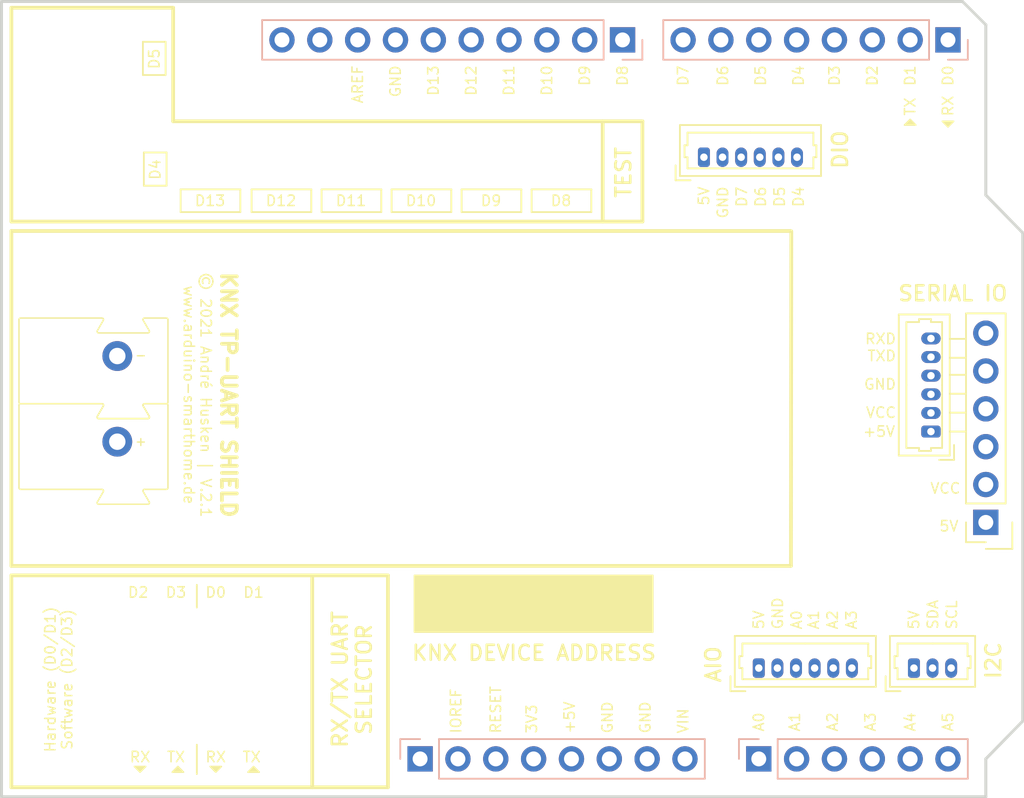
<source format=kicad_pcb>
(kicad_pcb (version 20171130) (host pcbnew "(5.1.2-1)-1")

  (general
    (thickness 1.6)
    (drawings 154)
    (tracks 0)
    (zones 0)
    (modules 10)
    (nets 28)
  )

  (page A4)
  (layers
    (0 F.Cu signal)
    (31 B.Cu signal)
    (32 B.Adhes user)
    (33 F.Adhes user)
    (34 B.Paste user)
    (35 F.Paste user)
    (36 B.SilkS user)
    (37 F.SilkS user)
    (38 B.Mask user)
    (39 F.Mask user)
    (40 Dwgs.User user)
    (41 Cmts.User user)
    (42 Eco1.User user)
    (43 Eco2.User user)
    (44 Edge.Cuts user)
    (45 Margin user)
    (46 B.CrtYd user)
    (47 F.CrtYd user)
    (48 B.Fab user hide)
    (49 F.Fab user hide)
  )

  (setup
    (last_trace_width 0.25)
    (user_trace_width 0.75)
    (user_trace_width 2.999999)
    (trace_clearance 0.2)
    (zone_clearance 0.508)
    (zone_45_only no)
    (trace_min 0.2)
    (via_size 0.8)
    (via_drill 0.4)
    (via_min_size 0.4)
    (via_min_drill 0.3)
    (uvia_size 0.3)
    (uvia_drill 0.1)
    (uvias_allowed no)
    (uvia_min_size 0.2)
    (uvia_min_drill 0.1)
    (edge_width 0.05)
    (segment_width 0.2)
    (pcb_text_width 0.3)
    (pcb_text_size 1.5 1.5)
    (mod_edge_width 0.12)
    (mod_text_size 1 1)
    (mod_text_width 0.15)
    (pad_size 1.524 1.524)
    (pad_drill 0.762)
    (pad_to_mask_clearance 0.051)
    (solder_mask_min_width 0.25)
    (aux_axis_origin 0 0)
    (visible_elements FFFFFF7F)
    (pcbplotparams
      (layerselection 0x010fc_ffffffff)
      (usegerberextensions false)
      (usegerberattributes false)
      (usegerberadvancedattributes false)
      (creategerberjobfile false)
      (excludeedgelayer true)
      (linewidth 0.100000)
      (plotframeref false)
      (viasonmask false)
      (mode 1)
      (useauxorigin false)
      (hpglpennumber 1)
      (hpglpenspeed 20)
      (hpglpendiameter 15.000000)
      (psnegative false)
      (psa4output false)
      (plotreference true)
      (plotvalue true)
      (plotinvisibletext false)
      (padsonsilk false)
      (subtractmaskfromsilk false)
      (outputformat 1)
      (mirror false)
      (drillshape 0)
      (scaleselection 1)
      (outputdirectory "Gerber/"))
  )

  (net 0 "")
  (net 1 D13)
  (net 2 GND)
  (net 3 VCC)
  (net 4 D0)
  (net 5 D1)
  (net 6 D2)
  (net 7 D3)
  (net 8 D4)
  (net 9 D5)
  (net 10 D6)
  (net 11 D8)
  (net 12 D9)
  (net 13 D10)
  (net 14 D11)
  (net 15 D12)
  (net 16 A0)
  (net 17 A1)
  (net 18 A2)
  (net 19 A3)
  (net 20 A4)
  (net 21 A5)
  (net 22 +5V)
  (net 23 TXD)
  (net 24 RXD)
  (net 25 D7)
  (net 26 KNX-)
  (net 27 KNX+)

  (net_class Default "Dies ist die voreingestellte Netzklasse."
    (clearance 0.2)
    (trace_width 0.25)
    (via_dia 0.8)
    (via_drill 0.4)
    (uvia_dia 0.3)
    (uvia_drill 0.1)
    (add_net +5V)
    (add_net A0)
    (add_net A1)
    (add_net A2)
    (add_net A3)
    (add_net A4)
    (add_net A5)
    (add_net D0)
    (add_net D1)
    (add_net D10)
    (add_net D11)
    (add_net D12)
    (add_net D13)
    (add_net D2)
    (add_net D3)
    (add_net D4)
    (add_net D5)
    (add_net D6)
    (add_net D7)
    (add_net D8)
    (add_net D9)
    (add_net GND)
    (add_net KNX+)
    (add_net KNX-)
    (add_net RXD)
    (add_net TXD)
    (add_net VCC)
  )

  (module Connector_Molex:Molex_PicoBlade_53047-0610_1x06_P1.25mm_Vertical (layer F.Cu) (tedit 5B783167) (tstamp 5EC50F45)
    (at 190.627 95.885 90)
    (descr "Molex PicoBlade Connector System, 53047-0610, 6 Pins per row (http://www.molex.com/pdm_docs/sd/530470610_sd.pdf), generated with kicad-footprint-generator")
    (tags "connector Molex PicoBlade side entry")
    (path /5EC9A140)
    (fp_text reference J6 (at 3.12 -3.25 90) (layer F.SilkS) hide
      (effects (font (size 1 1) (thickness 0.15)))
    )
    (fp_text value Conn_01x06_Male (at 3.12 2.35 90) (layer F.Fab)
      (effects (font (size 1 1) (thickness 0.15)))
    )
    (fp_line (start -1.5 -2.05) (end -1.5 1.15) (layer F.Fab) (width 0.1))
    (fp_line (start -1.5 1.15) (end 7.75 1.15) (layer F.Fab) (width 0.1))
    (fp_line (start 7.75 1.15) (end 7.75 -2.05) (layer F.Fab) (width 0.1))
    (fp_line (start 7.75 -2.05) (end -1.5 -2.05) (layer F.Fab) (width 0.1))
    (fp_line (start -1.61 -2.16) (end -1.61 1.26) (layer F.SilkS) (width 0.12))
    (fp_line (start -1.61 1.26) (end 7.86 1.26) (layer F.SilkS) (width 0.12))
    (fp_line (start 7.86 1.26) (end 7.86 -2.16) (layer F.SilkS) (width 0.12))
    (fp_line (start 7.86 -2.16) (end -1.61 -2.16) (layer F.SilkS) (width 0.12))
    (fp_line (start 3.125 0.75) (end -1.1 0.75) (layer F.SilkS) (width 0.12))
    (fp_line (start -1.1 0.75) (end -1.1 0) (layer F.SilkS) (width 0.12))
    (fp_line (start -1.1 0) (end -1.3 0) (layer F.SilkS) (width 0.12))
    (fp_line (start -1.3 0) (end -1.3 -0.8) (layer F.SilkS) (width 0.12))
    (fp_line (start -1.3 -0.8) (end -1.1 -0.8) (layer F.SilkS) (width 0.12))
    (fp_line (start -1.1 -0.8) (end -1.1 -1.65) (layer F.SilkS) (width 0.12))
    (fp_line (start -1.1 -1.65) (end 3.125 -1.65) (layer F.SilkS) (width 0.12))
    (fp_line (start 3.125 0.75) (end 7.35 0.75) (layer F.SilkS) (width 0.12))
    (fp_line (start 7.35 0.75) (end 7.35 0) (layer F.SilkS) (width 0.12))
    (fp_line (start 7.35 0) (end 7.55 0) (layer F.SilkS) (width 0.12))
    (fp_line (start 7.55 0) (end 7.55 -0.8) (layer F.SilkS) (width 0.12))
    (fp_line (start 7.55 -0.8) (end 7.35 -0.8) (layer F.SilkS) (width 0.12))
    (fp_line (start 7.35 -0.8) (end 7.35 -1.65) (layer F.SilkS) (width 0.12))
    (fp_line (start 7.35 -1.65) (end 3.125 -1.65) (layer F.SilkS) (width 0.12))
    (fp_line (start -1.9 1.55) (end -1.9 0.55) (layer F.SilkS) (width 0.12))
    (fp_line (start -1.9 1.55) (end -0.9 1.55) (layer F.SilkS) (width 0.12))
    (fp_line (start -0.5 1.15) (end 0 0.442893) (layer F.Fab) (width 0.1))
    (fp_line (start 0 0.442893) (end 0.5 1.15) (layer F.Fab) (width 0.1))
    (fp_line (start -2 -2.55) (end -2 1.65) (layer F.CrtYd) (width 0.05))
    (fp_line (start -2 1.65) (end 8.25 1.65) (layer F.CrtYd) (width 0.05))
    (fp_line (start 8.25 1.65) (end 8.25 -2.55) (layer F.CrtYd) (width 0.05))
    (fp_line (start 8.25 -2.55) (end -2 -2.55) (layer F.CrtYd) (width 0.05))
    (fp_text user %R (at 3.12 -1.35 90) (layer F.Fab)
      (effects (font (size 1 1) (thickness 0.15)))
    )
    (pad 1 thru_hole roundrect (at 0 0 90) (size 0.8 1.3) (drill 0.5) (layers *.Cu *.Mask) (roundrect_rratio 0.25)
      (net 22 +5V))
    (pad 2 thru_hole oval (at 1.25 0 90) (size 0.8 1.3) (drill 0.5) (layers *.Cu *.Mask)
      (net 3 VCC))
    (pad 3 thru_hole oval (at 2.5 0 90) (size 0.8 1.3) (drill 0.5) (layers *.Cu *.Mask)
      (net 2 GND))
    (pad 4 thru_hole oval (at 3.75 0 90) (size 0.8 1.3) (drill 0.5) (layers *.Cu *.Mask)
      (net 2 GND))
    (pad 5 thru_hole oval (at 5 0 90) (size 0.8 1.3) (drill 0.5) (layers *.Cu *.Mask)
      (net 23 TXD))
    (pad 6 thru_hole oval (at 6.25 0 90) (size 0.8 1.3) (drill 0.5) (layers *.Cu *.Mask)
      (net 24 RXD))
    (model ${KISYS3DMOD}/Connector_Molex.3dshapes/Molex_PicoBlade_53047-0610_1x06_P1.25mm_Vertical.wrl
      (at (xyz 0 0 0))
      (scale (xyz 1 1 1))
      (rotate (xyz 0 0 0))
    )
  )

  (module Connector_PinSocket_2.54mm:PinSocket_1x06_P2.54mm_Vertical (layer F.Cu) (tedit 5A19A430) (tstamp 5EC50F5F)
    (at 194.31 101.981 180)
    (descr "Through hole straight socket strip, 1x06, 2.54mm pitch, single row (from Kicad 4.0.7), script generated")
    (tags "Through hole socket strip THT 1x06 2.54mm single row")
    (path /5ECBAA59)
    (fp_text reference J7 (at 0 -2.77) (layer F.SilkS) hide
      (effects (font (size 1 1) (thickness 0.15)))
    )
    (fp_text value Conn_01x06_Male (at 0 15.47) (layer F.Fab)
      (effects (font (size 1 1) (thickness 0.15)))
    )
    (fp_line (start -1.27 -1.27) (end 0.635 -1.27) (layer F.Fab) (width 0.1))
    (fp_line (start 0.635 -1.27) (end 1.27 -0.635) (layer F.Fab) (width 0.1))
    (fp_line (start 1.27 -0.635) (end 1.27 13.97) (layer F.Fab) (width 0.1))
    (fp_line (start 1.27 13.97) (end -1.27 13.97) (layer F.Fab) (width 0.1))
    (fp_line (start -1.27 13.97) (end -1.27 -1.27) (layer F.Fab) (width 0.1))
    (fp_line (start -1.33 1.27) (end 1.33 1.27) (layer F.SilkS) (width 0.12))
    (fp_line (start -1.33 1.27) (end -1.33 14.03) (layer F.SilkS) (width 0.12))
    (fp_line (start -1.33 14.03) (end 1.33 14.03) (layer F.SilkS) (width 0.12))
    (fp_line (start 1.33 1.27) (end 1.33 14.03) (layer F.SilkS) (width 0.12))
    (fp_line (start 1.33 -1.33) (end 1.33 0) (layer F.SilkS) (width 0.12))
    (fp_line (start 0 -1.33) (end 1.33 -1.33) (layer F.SilkS) (width 0.12))
    (fp_line (start -1.8 -1.8) (end 1.75 -1.8) (layer F.CrtYd) (width 0.05))
    (fp_line (start 1.75 -1.8) (end 1.75 14.45) (layer F.CrtYd) (width 0.05))
    (fp_line (start 1.75 14.45) (end -1.8 14.45) (layer F.CrtYd) (width 0.05))
    (fp_line (start -1.8 14.45) (end -1.8 -1.8) (layer F.CrtYd) (width 0.05))
    (fp_text user %R (at 0 6.35 90) (layer F.Fab)
      (effects (font (size 1 1) (thickness 0.15)))
    )
    (pad 1 thru_hole rect (at 0 0 180) (size 1.7 1.7) (drill 1) (layers *.Cu *.Mask)
      (net 22 +5V))
    (pad 2 thru_hole oval (at 0 2.54 180) (size 1.7 1.7) (drill 1) (layers *.Cu *.Mask)
      (net 3 VCC))
    (pad 3 thru_hole oval (at 0 5.08 180) (size 1.7 1.7) (drill 1) (layers *.Cu *.Mask)
      (net 2 GND))
    (pad 4 thru_hole oval (at 0 7.62 180) (size 1.7 1.7) (drill 1) (layers *.Cu *.Mask)
      (net 2 GND))
    (pad 5 thru_hole oval (at 0 10.16 180) (size 1.7 1.7) (drill 1) (layers *.Cu *.Mask)
      (net 23 TXD))
    (pad 6 thru_hole oval (at 0 12.7 180) (size 1.7 1.7) (drill 1) (layers *.Cu *.Mask)
      (net 24 RXD))
    (model ${KISYS3DMOD}/Connector_PinSocket_2.54mm.3dshapes/PinSocket_1x06_P2.54mm_Vertical.wrl
      (at (xyz 0 0 0))
      (scale (xyz 1 1 1))
      (rotate (xyz 0 0 0))
    )
  )

  (module Connector_Molex:Molex_PicoBlade_53047-0610_1x06_P1.25mm_Vertical (layer F.Cu) (tedit 5B783167) (tstamp 5EC5189B)
    (at 175.387 77.47)
    (descr "Molex PicoBlade Connector System, 53047-0610, 6 Pins per row (http://www.molex.com/pdm_docs/sd/530470610_sd.pdf), generated with kicad-footprint-generator")
    (tags "connector Molex PicoBlade side entry")
    (path /5ECF41A2)
    (fp_text reference J8 (at 3.12 -3.25) (layer F.SilkS) hide
      (effects (font (size 1 1) (thickness 0.15)))
    )
    (fp_text value Conn_01x06_Male (at 3.12 2.35) (layer F.Fab)
      (effects (font (size 1 1) (thickness 0.15)))
    )
    (fp_line (start -1.5 -2.05) (end -1.5 1.15) (layer F.Fab) (width 0.1))
    (fp_line (start -1.5 1.15) (end 7.75 1.15) (layer F.Fab) (width 0.1))
    (fp_line (start 7.75 1.15) (end 7.75 -2.05) (layer F.Fab) (width 0.1))
    (fp_line (start 7.75 -2.05) (end -1.5 -2.05) (layer F.Fab) (width 0.1))
    (fp_line (start -1.61 -2.16) (end -1.61 1.26) (layer F.SilkS) (width 0.12))
    (fp_line (start -1.61 1.26) (end 7.86 1.26) (layer F.SilkS) (width 0.12))
    (fp_line (start 7.86 1.26) (end 7.86 -2.16) (layer F.SilkS) (width 0.12))
    (fp_line (start 7.86 -2.16) (end -1.61 -2.16) (layer F.SilkS) (width 0.12))
    (fp_line (start 3.125 0.75) (end -1.1 0.75) (layer F.SilkS) (width 0.12))
    (fp_line (start -1.1 0.75) (end -1.1 0) (layer F.SilkS) (width 0.12))
    (fp_line (start -1.1 0) (end -1.3 0) (layer F.SilkS) (width 0.12))
    (fp_line (start -1.3 0) (end -1.3 -0.8) (layer F.SilkS) (width 0.12))
    (fp_line (start -1.3 -0.8) (end -1.1 -0.8) (layer F.SilkS) (width 0.12))
    (fp_line (start -1.1 -0.8) (end -1.1 -1.65) (layer F.SilkS) (width 0.12))
    (fp_line (start -1.1 -1.65) (end 3.125 -1.65) (layer F.SilkS) (width 0.12))
    (fp_line (start 3.125 0.75) (end 7.35 0.75) (layer F.SilkS) (width 0.12))
    (fp_line (start 7.35 0.75) (end 7.35 0) (layer F.SilkS) (width 0.12))
    (fp_line (start 7.35 0) (end 7.55 0) (layer F.SilkS) (width 0.12))
    (fp_line (start 7.55 0) (end 7.55 -0.8) (layer F.SilkS) (width 0.12))
    (fp_line (start 7.55 -0.8) (end 7.35 -0.8) (layer F.SilkS) (width 0.12))
    (fp_line (start 7.35 -0.8) (end 7.35 -1.65) (layer F.SilkS) (width 0.12))
    (fp_line (start 7.35 -1.65) (end 3.125 -1.65) (layer F.SilkS) (width 0.12))
    (fp_line (start -1.9 1.55) (end -1.9 0.55) (layer F.SilkS) (width 0.12))
    (fp_line (start -1.9 1.55) (end -0.9 1.55) (layer F.SilkS) (width 0.12))
    (fp_line (start -0.5 1.15) (end 0 0.442893) (layer F.Fab) (width 0.1))
    (fp_line (start 0 0.442893) (end 0.5 1.15) (layer F.Fab) (width 0.1))
    (fp_line (start -2 -2.55) (end -2 1.65) (layer F.CrtYd) (width 0.05))
    (fp_line (start -2 1.65) (end 8.25 1.65) (layer F.CrtYd) (width 0.05))
    (fp_line (start 8.25 1.65) (end 8.25 -2.55) (layer F.CrtYd) (width 0.05))
    (fp_line (start 8.25 -2.55) (end -2 -2.55) (layer F.CrtYd) (width 0.05))
    (fp_text user %R (at 3.12 -1.35) (layer F.Fab)
      (effects (font (size 1 1) (thickness 0.15)))
    )
    (pad 1 thru_hole roundrect (at 0 0) (size 0.8 1.3) (drill 0.5) (layers *.Cu *.Mask) (roundrect_rratio 0.25)
      (net 22 +5V))
    (pad 2 thru_hole oval (at 1.25 0) (size 0.8 1.3) (drill 0.5) (layers *.Cu *.Mask)
      (net 2 GND))
    (pad 3 thru_hole oval (at 2.5 0) (size 0.8 1.3) (drill 0.5) (layers *.Cu *.Mask)
      (net 25 D7))
    (pad 4 thru_hole oval (at 3.75 0) (size 0.8 1.3) (drill 0.5) (layers *.Cu *.Mask)
      (net 10 D6))
    (pad 5 thru_hole oval (at 5 0) (size 0.8 1.3) (drill 0.5) (layers *.Cu *.Mask)
      (net 9 D5))
    (pad 6 thru_hole oval (at 6.25 0) (size 0.8 1.3) (drill 0.5) (layers *.Cu *.Mask)
      (net 8 D4))
    (model ${KISYS3DMOD}/Connector_Molex.3dshapes/Molex_PicoBlade_53047-0610_1x06_P1.25mm_Vertical.wrl
      (at (xyz 0 0 0))
      (scale (xyz 1 1 1))
      (rotate (xyz 0 0 0))
    )
  )

  (module Connector_Molex:Molex_PicoBlade_53047-0310_1x03_P1.25mm_Vertical (layer F.Cu) (tedit 5B783167) (tstamp 5EC51A21)
    (at 189.484 111.76)
    (descr "Molex PicoBlade Connector System, 53047-0310, 3 Pins per row (http://www.molex.com/pdm_docs/sd/530470610_sd.pdf), generated with kicad-footprint-generator")
    (tags "connector Molex PicoBlade side entry")
    (path /5ED0677E)
    (fp_text reference J9 (at 1.25 -3.25) (layer F.SilkS) hide
      (effects (font (size 1 1) (thickness 0.15)))
    )
    (fp_text value Conn_01x03_Male (at 1.25 2.35) (layer F.Fab)
      (effects (font (size 1 1) (thickness 0.15)))
    )
    (fp_line (start -1.5 -2.05) (end -1.5 1.15) (layer F.Fab) (width 0.1))
    (fp_line (start -1.5 1.15) (end 4 1.15) (layer F.Fab) (width 0.1))
    (fp_line (start 4 1.15) (end 4 -2.05) (layer F.Fab) (width 0.1))
    (fp_line (start 4 -2.05) (end -1.5 -2.05) (layer F.Fab) (width 0.1))
    (fp_line (start -1.61 -2.16) (end -1.61 1.26) (layer F.SilkS) (width 0.12))
    (fp_line (start -1.61 1.26) (end 4.11 1.26) (layer F.SilkS) (width 0.12))
    (fp_line (start 4.11 1.26) (end 4.11 -2.16) (layer F.SilkS) (width 0.12))
    (fp_line (start 4.11 -2.16) (end -1.61 -2.16) (layer F.SilkS) (width 0.12))
    (fp_line (start 1.25 0.75) (end -1.1 0.75) (layer F.SilkS) (width 0.12))
    (fp_line (start -1.1 0.75) (end -1.1 0) (layer F.SilkS) (width 0.12))
    (fp_line (start -1.1 0) (end -1.3 0) (layer F.SilkS) (width 0.12))
    (fp_line (start -1.3 0) (end -1.3 -0.8) (layer F.SilkS) (width 0.12))
    (fp_line (start -1.3 -0.8) (end -1.1 -0.8) (layer F.SilkS) (width 0.12))
    (fp_line (start -1.1 -0.8) (end -1.1 -1.65) (layer F.SilkS) (width 0.12))
    (fp_line (start -1.1 -1.65) (end 1.25 -1.65) (layer F.SilkS) (width 0.12))
    (fp_line (start 1.25 0.75) (end 3.6 0.75) (layer F.SilkS) (width 0.12))
    (fp_line (start 3.6 0.75) (end 3.6 0) (layer F.SilkS) (width 0.12))
    (fp_line (start 3.6 0) (end 3.8 0) (layer F.SilkS) (width 0.12))
    (fp_line (start 3.8 0) (end 3.8 -0.8) (layer F.SilkS) (width 0.12))
    (fp_line (start 3.8 -0.8) (end 3.6 -0.8) (layer F.SilkS) (width 0.12))
    (fp_line (start 3.6 -0.8) (end 3.6 -1.65) (layer F.SilkS) (width 0.12))
    (fp_line (start 3.6 -1.65) (end 1.25 -1.65) (layer F.SilkS) (width 0.12))
    (fp_line (start -1.9 1.55) (end -1.9 0.55) (layer F.SilkS) (width 0.12))
    (fp_line (start -1.9 1.55) (end -0.9 1.55) (layer F.SilkS) (width 0.12))
    (fp_line (start -0.5 1.15) (end 0 0.442893) (layer F.Fab) (width 0.1))
    (fp_line (start 0 0.442893) (end 0.5 1.15) (layer F.Fab) (width 0.1))
    (fp_line (start -2 -2.55) (end -2 1.65) (layer F.CrtYd) (width 0.05))
    (fp_line (start -2 1.65) (end 4.5 1.65) (layer F.CrtYd) (width 0.05))
    (fp_line (start 4.5 1.65) (end 4.5 -2.55) (layer F.CrtYd) (width 0.05))
    (fp_line (start 4.5 -2.55) (end -2 -2.55) (layer F.CrtYd) (width 0.05))
    (fp_text user %R (at 1.25 -1.35) (layer F.Fab)
      (effects (font (size 1 1) (thickness 0.15)))
    )
    (pad 1 thru_hole roundrect (at 0 0) (size 0.8 1.3) (drill 0.5) (layers *.Cu *.Mask) (roundrect_rratio 0.25)
      (net 22 +5V))
    (pad 2 thru_hole oval (at 1.25 0) (size 0.8 1.3) (drill 0.5) (layers *.Cu *.Mask)
      (net 20 A4))
    (pad 3 thru_hole oval (at 2.5 0) (size 0.8 1.3) (drill 0.5) (layers *.Cu *.Mask)
      (net 21 A5))
    (model ${KISYS3DMOD}/Connector_Molex.3dshapes/Molex_PicoBlade_53047-0310_1x03_P1.25mm_Vertical.wrl
      (at (xyz 0 0 0))
      (scale (xyz 1 1 1))
      (rotate (xyz 0 0 0))
    )
  )

  (module Connector_Molex:Molex_PicoBlade_53047-0610_1x06_P1.25mm_Vertical (layer F.Cu) (tedit 5B783167) (tstamp 5EC51A4A)
    (at 179.07 111.76)
    (descr "Molex PicoBlade Connector System, 53047-0610, 6 Pins per row (http://www.molex.com/pdm_docs/sd/530470610_sd.pdf), generated with kicad-footprint-generator")
    (tags "connector Molex PicoBlade side entry")
    (path /5ED00B21)
    (fp_text reference J10 (at 3.12 -3.25) (layer F.SilkS) hide
      (effects (font (size 1 1) (thickness 0.15)))
    )
    (fp_text value Conn_01x06_Male (at 3.12 2.35) (layer F.Fab)
      (effects (font (size 1 1) (thickness 0.15)))
    )
    (fp_line (start -1.5 -2.05) (end -1.5 1.15) (layer F.Fab) (width 0.1))
    (fp_line (start -1.5 1.15) (end 7.75 1.15) (layer F.Fab) (width 0.1))
    (fp_line (start 7.75 1.15) (end 7.75 -2.05) (layer F.Fab) (width 0.1))
    (fp_line (start 7.75 -2.05) (end -1.5 -2.05) (layer F.Fab) (width 0.1))
    (fp_line (start -1.61 -2.16) (end -1.61 1.26) (layer F.SilkS) (width 0.12))
    (fp_line (start -1.61 1.26) (end 7.86 1.26) (layer F.SilkS) (width 0.12))
    (fp_line (start 7.86 1.26) (end 7.86 -2.16) (layer F.SilkS) (width 0.12))
    (fp_line (start 7.86 -2.16) (end -1.61 -2.16) (layer F.SilkS) (width 0.12))
    (fp_line (start 3.125 0.75) (end -1.1 0.75) (layer F.SilkS) (width 0.12))
    (fp_line (start -1.1 0.75) (end -1.1 0) (layer F.SilkS) (width 0.12))
    (fp_line (start -1.1 0) (end -1.3 0) (layer F.SilkS) (width 0.12))
    (fp_line (start -1.3 0) (end -1.3 -0.8) (layer F.SilkS) (width 0.12))
    (fp_line (start -1.3 -0.8) (end -1.1 -0.8) (layer F.SilkS) (width 0.12))
    (fp_line (start -1.1 -0.8) (end -1.1 -1.65) (layer F.SilkS) (width 0.12))
    (fp_line (start -1.1 -1.65) (end 3.125 -1.65) (layer F.SilkS) (width 0.12))
    (fp_line (start 3.125 0.75) (end 7.35 0.75) (layer F.SilkS) (width 0.12))
    (fp_line (start 7.35 0.75) (end 7.35 0) (layer F.SilkS) (width 0.12))
    (fp_line (start 7.35 0) (end 7.55 0) (layer F.SilkS) (width 0.12))
    (fp_line (start 7.55 0) (end 7.55 -0.8) (layer F.SilkS) (width 0.12))
    (fp_line (start 7.55 -0.8) (end 7.35 -0.8) (layer F.SilkS) (width 0.12))
    (fp_line (start 7.35 -0.8) (end 7.35 -1.65) (layer F.SilkS) (width 0.12))
    (fp_line (start 7.35 -1.65) (end 3.125 -1.65) (layer F.SilkS) (width 0.12))
    (fp_line (start -1.9 1.55) (end -1.9 0.55) (layer F.SilkS) (width 0.12))
    (fp_line (start -1.9 1.55) (end -0.9 1.55) (layer F.SilkS) (width 0.12))
    (fp_line (start -0.5 1.15) (end 0 0.442893) (layer F.Fab) (width 0.1))
    (fp_line (start 0 0.442893) (end 0.5 1.15) (layer F.Fab) (width 0.1))
    (fp_line (start -2 -2.55) (end -2 1.65) (layer F.CrtYd) (width 0.05))
    (fp_line (start -2 1.65) (end 8.25 1.65) (layer F.CrtYd) (width 0.05))
    (fp_line (start 8.25 1.65) (end 8.25 -2.55) (layer F.CrtYd) (width 0.05))
    (fp_line (start 8.25 -2.55) (end -2 -2.55) (layer F.CrtYd) (width 0.05))
    (fp_text user %R (at 3.12 -1.35) (layer F.Fab)
      (effects (font (size 1 1) (thickness 0.15)))
    )
    (pad 1 thru_hole roundrect (at 0 0) (size 0.8 1.3) (drill 0.5) (layers *.Cu *.Mask) (roundrect_rratio 0.25)
      (net 22 +5V))
    (pad 2 thru_hole oval (at 1.25 0) (size 0.8 1.3) (drill 0.5) (layers *.Cu *.Mask)
      (net 2 GND))
    (pad 3 thru_hole oval (at 2.5 0) (size 0.8 1.3) (drill 0.5) (layers *.Cu *.Mask)
      (net 16 A0))
    (pad 4 thru_hole oval (at 3.75 0) (size 0.8 1.3) (drill 0.5) (layers *.Cu *.Mask)
      (net 17 A1))
    (pad 5 thru_hole oval (at 5 0) (size 0.8 1.3) (drill 0.5) (layers *.Cu *.Mask)
      (net 18 A2))
    (pad 6 thru_hole oval (at 6.25 0) (size 0.8 1.3) (drill 0.5) (layers *.Cu *.Mask)
      (net 19 A3))
    (model ${KISYS3DMOD}/Connector_Molex.3dshapes/Molex_PicoBlade_53047-0610_1x06_P1.25mm_Vertical.wrl
      (at (xyz 0 0 0))
      (scale (xyz 1 1 1))
      (rotate (xyz 0 0 0))
    )
  )

  (module Connector_PinHeader_2.54mm:PinHeader_1x08_P2.54mm_Vertical (layer B.Cu) (tedit 59FED5CC) (tstamp 5EC58CCF)
    (at 191.77 69.596 90)
    (descr "Through hole straight pin header, 1x08, 2.54mm pitch, single row")
    (tags "Through hole pin header THT 1x08 2.54mm single row")
    (path /5D98CFDE)
    (fp_text reference J1 (at -7.874 -1.651 -90) (layer B.SilkS) hide
      (effects (font (size 1 1) (thickness 0.15)) (justify mirror))
    )
    (fp_text value Conn_01x08_Male (at -10.541 -8.509 -90) (layer B.Fab)
      (effects (font (size 1 1) (thickness 0.15)) (justify mirror))
    )
    (fp_line (start -0.635 1.27) (end 1.27 1.27) (layer B.Fab) (width 0.1))
    (fp_line (start 1.27 1.27) (end 1.27 -19.05) (layer B.Fab) (width 0.1))
    (fp_line (start 1.27 -19.05) (end -1.27 -19.05) (layer B.Fab) (width 0.1))
    (fp_line (start -1.27 -19.05) (end -1.27 0.635) (layer B.Fab) (width 0.1))
    (fp_line (start -1.27 0.635) (end -0.635 1.27) (layer B.Fab) (width 0.1))
    (fp_line (start -1.33 -19.11) (end 1.33 -19.11) (layer B.SilkS) (width 0.12))
    (fp_line (start -1.33 -1.27) (end -1.33 -19.11) (layer B.SilkS) (width 0.12))
    (fp_line (start 1.33 -1.27) (end 1.33 -19.11) (layer B.SilkS) (width 0.12))
    (fp_line (start -1.33 -1.27) (end 1.33 -1.27) (layer B.SilkS) (width 0.12))
    (fp_line (start -1.33 0) (end -1.33 1.33) (layer B.SilkS) (width 0.12))
    (fp_line (start -1.33 1.33) (end 0 1.33) (layer B.SilkS) (width 0.12))
    (fp_line (start -1.8 1.8) (end -1.8 -19.55) (layer B.CrtYd) (width 0.05))
    (fp_line (start -1.8 -19.55) (end 1.8 -19.55) (layer B.CrtYd) (width 0.05))
    (fp_line (start 1.8 -19.55) (end 1.8 1.8) (layer B.CrtYd) (width 0.05))
    (fp_line (start 1.8 1.8) (end -1.8 1.8) (layer B.CrtYd) (width 0.05))
    (fp_text user %R (at 0 -8.89) (layer B.Fab)
      (effects (font (size 1 1) (thickness 0.15)) (justify mirror))
    )
    (pad 1 thru_hole rect (at 0 0 90) (size 1.7 1.7) (drill 1) (layers *.Cu *.Mask)
      (net 4 D0))
    (pad 2 thru_hole oval (at 0 -2.54 90) (size 1.7 1.7) (drill 1) (layers *.Cu *.Mask)
      (net 5 D1))
    (pad 3 thru_hole oval (at 0 -5.08 90) (size 1.7 1.7) (drill 1) (layers *.Cu *.Mask)
      (net 6 D2))
    (pad 4 thru_hole oval (at 0 -7.62 90) (size 1.7 1.7) (drill 1) (layers *.Cu *.Mask)
      (net 7 D3))
    (pad 5 thru_hole oval (at 0 -10.16 90) (size 1.7 1.7) (drill 1) (layers *.Cu *.Mask)
      (net 8 D4))
    (pad 6 thru_hole oval (at 0 -12.7 90) (size 1.7 1.7) (drill 1) (layers *.Cu *.Mask)
      (net 9 D5))
    (pad 7 thru_hole oval (at 0 -15.24 90) (size 1.7 1.7) (drill 1) (layers *.Cu *.Mask)
      (net 10 D6))
    (pad 8 thru_hole oval (at 0 -17.78 90) (size 1.7 1.7) (drill 1) (layers *.Cu *.Mask)
      (net 25 D7))
    (model ${KISYS3DMOD}/Connector_PinHeader_2.54mm.3dshapes/PinHeader_1x08_P2.54mm_Vertical.wrl
      (at (xyz 0 0 0))
      (scale (xyz 1 1 1))
      (rotate (xyz 0 0 0))
    )
  )

  (module Connector_PinHeader_2.54mm:PinHeader_1x10_P2.54mm_Vertical (layer B.Cu) (tedit 59FED5CC) (tstamp 5D98DE0D)
    (at 169.926 69.596 90)
    (descr "Through hole straight pin header, 1x10, 2.54mm pitch, single row")
    (tags "Through hole pin header THT 1x10 2.54mm single row")
    (path /5D98F024)
    (fp_text reference J2 (at -7.366 -6.985 -90) (layer B.SilkS) hide
      (effects (font (size 1 1) (thickness 0.15)) (justify mirror))
    )
    (fp_text value Conn_01x10_Male (at -9.906 -11.938 -90) (layer B.Fab)
      (effects (font (size 1 1) (thickness 0.15)) (justify mirror))
    )
    (fp_text user %R (at 0 -11.43) (layer B.Fab)
      (effects (font (size 1 1) (thickness 0.15)) (justify mirror))
    )
    (fp_line (start 1.8 1.8) (end -1.8 1.8) (layer B.CrtYd) (width 0.05))
    (fp_line (start 1.8 -24.65) (end 1.8 1.8) (layer B.CrtYd) (width 0.05))
    (fp_line (start -1.8 -24.65) (end 1.8 -24.65) (layer B.CrtYd) (width 0.05))
    (fp_line (start -1.8 1.8) (end -1.8 -24.65) (layer B.CrtYd) (width 0.05))
    (fp_line (start -1.33 1.33) (end 0 1.33) (layer B.SilkS) (width 0.12))
    (fp_line (start -1.33 0) (end -1.33 1.33) (layer B.SilkS) (width 0.12))
    (fp_line (start -1.33 -1.27) (end 1.33 -1.27) (layer B.SilkS) (width 0.12))
    (fp_line (start 1.33 -1.27) (end 1.33 -24.19) (layer B.SilkS) (width 0.12))
    (fp_line (start -1.33 -1.27) (end -1.33 -24.19) (layer B.SilkS) (width 0.12))
    (fp_line (start -1.33 -24.19) (end 1.33 -24.19) (layer B.SilkS) (width 0.12))
    (fp_line (start -1.27 0.635) (end -0.635 1.27) (layer B.Fab) (width 0.1))
    (fp_line (start -1.27 -24.13) (end -1.27 0.635) (layer B.Fab) (width 0.1))
    (fp_line (start 1.27 -24.13) (end -1.27 -24.13) (layer B.Fab) (width 0.1))
    (fp_line (start 1.27 1.27) (end 1.27 -24.13) (layer B.Fab) (width 0.1))
    (fp_line (start -0.635 1.27) (end 1.27 1.27) (layer B.Fab) (width 0.1))
    (pad 10 thru_hole oval (at 0 -22.86 90) (size 1.7 1.7) (drill 1) (layers *.Cu *.Mask))
    (pad 9 thru_hole oval (at 0 -20.32 90) (size 1.7 1.7) (drill 1) (layers *.Cu *.Mask))
    (pad 8 thru_hole oval (at 0 -17.78 90) (size 1.7 1.7) (drill 1) (layers *.Cu *.Mask))
    (pad 7 thru_hole oval (at 0 -15.24 90) (size 1.7 1.7) (drill 1) (layers *.Cu *.Mask)
      (net 2 GND))
    (pad 6 thru_hole oval (at 0 -12.7 90) (size 1.7 1.7) (drill 1) (layers *.Cu *.Mask)
      (net 1 D13))
    (pad 5 thru_hole oval (at 0 -10.16 90) (size 1.7 1.7) (drill 1) (layers *.Cu *.Mask)
      (net 15 D12))
    (pad 4 thru_hole oval (at 0 -7.62 90) (size 1.7 1.7) (drill 1) (layers *.Cu *.Mask)
      (net 14 D11))
    (pad 3 thru_hole oval (at 0 -5.08 90) (size 1.7 1.7) (drill 1) (layers *.Cu *.Mask)
      (net 13 D10))
    (pad 2 thru_hole oval (at 0 -2.54 90) (size 1.7 1.7) (drill 1) (layers *.Cu *.Mask)
      (net 12 D9))
    (pad 1 thru_hole rect (at 0 0 90) (size 1.7 1.7) (drill 1) (layers *.Cu *.Mask)
      (net 11 D8))
    (model ${KISYS3DMOD}/Connector_PinHeader_2.54mm.3dshapes/PinHeader_1x10_P2.54mm_Vertical.wrl
      (at (xyz 0 0 0))
      (scale (xyz 1 1 1))
      (rotate (xyz 0 0 0))
    )
  )

  (module Connector_PinHeader_2.54mm:PinHeader_1x06_P2.54mm_Vertical (layer B.Cu) (tedit 59FED5CC) (tstamp 5D98DE27)
    (at 179.07 117.856 270)
    (descr "Through hole straight pin header, 1x06, 2.54mm pitch, single row")
    (tags "Through hole pin header THT 1x06 2.54mm single row")
    (path /5D9934DA)
    (fp_text reference J3 (at -11.049 -5.969 270) (layer B.SilkS) hide
      (effects (font (size 1 1) (thickness 0.15)) (justify mirror))
    )
    (fp_text value Conn_01x06_Male (at -11.176 -7.112 270) (layer B.Fab)
      (effects (font (size 1 1) (thickness 0.15)) (justify mirror))
    )
    (fp_line (start -0.635 1.27) (end 1.27 1.27) (layer B.Fab) (width 0.1))
    (fp_line (start 1.27 1.27) (end 1.27 -13.97) (layer B.Fab) (width 0.1))
    (fp_line (start 1.27 -13.97) (end -1.27 -13.97) (layer B.Fab) (width 0.1))
    (fp_line (start -1.27 -13.97) (end -1.27 0.635) (layer B.Fab) (width 0.1))
    (fp_line (start -1.27 0.635) (end -0.635 1.27) (layer B.Fab) (width 0.1))
    (fp_line (start -1.33 -14.03) (end 1.33 -14.03) (layer B.SilkS) (width 0.12))
    (fp_line (start -1.33 -1.27) (end -1.33 -14.03) (layer B.SilkS) (width 0.12))
    (fp_line (start 1.33 -1.27) (end 1.33 -14.03) (layer B.SilkS) (width 0.12))
    (fp_line (start -1.33 -1.27) (end 1.33 -1.27) (layer B.SilkS) (width 0.12))
    (fp_line (start -1.33 0) (end -1.33 1.33) (layer B.SilkS) (width 0.12))
    (fp_line (start -1.33 1.33) (end 0 1.33) (layer B.SilkS) (width 0.12))
    (fp_line (start -1.8 1.8) (end -1.8 -14.5) (layer B.CrtYd) (width 0.05))
    (fp_line (start -1.8 -14.5) (end 1.8 -14.5) (layer B.CrtYd) (width 0.05))
    (fp_line (start 1.8 -14.5) (end 1.8 1.8) (layer B.CrtYd) (width 0.05))
    (fp_line (start 1.8 1.8) (end -1.8 1.8) (layer B.CrtYd) (width 0.05))
    (fp_text user %R (at 0 -6.35) (layer B.Fab)
      (effects (font (size 1 1) (thickness 0.15)) (justify mirror))
    )
    (pad 1 thru_hole rect (at 0 0 270) (size 1.7 1.7) (drill 1) (layers *.Cu *.Mask)
      (net 16 A0))
    (pad 2 thru_hole oval (at 0 -2.54 270) (size 1.7 1.7) (drill 1) (layers *.Cu *.Mask)
      (net 17 A1))
    (pad 3 thru_hole oval (at 0 -5.08 270) (size 1.7 1.7) (drill 1) (layers *.Cu *.Mask)
      (net 18 A2))
    (pad 4 thru_hole oval (at 0 -7.62 270) (size 1.7 1.7) (drill 1) (layers *.Cu *.Mask)
      (net 19 A3))
    (pad 5 thru_hole oval (at 0 -10.16 270) (size 1.7 1.7) (drill 1) (layers *.Cu *.Mask)
      (net 20 A4))
    (pad 6 thru_hole oval (at 0 -12.7 270) (size 1.7 1.7) (drill 1) (layers *.Cu *.Mask)
      (net 21 A5))
    (model ${KISYS3DMOD}/Connector_PinHeader_2.54mm.3dshapes/PinHeader_1x06_P2.54mm_Vertical.wrl
      (at (xyz 0 0 0))
      (scale (xyz 1 1 1))
      (rotate (xyz 0 0 0))
    )
  )

  (module Connector_PinHeader_2.54mm:PinHeader_1x08_P2.54mm_Vertical (layer B.Cu) (tedit 59FED5CC) (tstamp 5EC59F91)
    (at 156.337 117.856 270)
    (descr "Through hole straight pin header, 1x08, 2.54mm pitch, single row")
    (tags "Through hole pin header THT 1x08 2.54mm single row")
    (path /5D9960BD)
    (fp_text reference J4 (at -10.287 -8.636 270) (layer B.SilkS) hide
      (effects (font (size 1 1) (thickness 0.15)) (justify mirror))
    )
    (fp_text value Conn_01x08_Male (at -11.049 -9.906 270) (layer B.Fab)
      (effects (font (size 1 1) (thickness 0.15)) (justify mirror))
    )
    (fp_text user %R (at 0 -8.89) (layer B.Fab)
      (effects (font (size 1 1) (thickness 0.15)) (justify mirror))
    )
    (fp_line (start 1.8 1.8) (end -1.8 1.8) (layer B.CrtYd) (width 0.05))
    (fp_line (start 1.8 -19.55) (end 1.8 1.8) (layer B.CrtYd) (width 0.05))
    (fp_line (start -1.8 -19.55) (end 1.8 -19.55) (layer B.CrtYd) (width 0.05))
    (fp_line (start -1.8 1.8) (end -1.8 -19.55) (layer B.CrtYd) (width 0.05))
    (fp_line (start -1.33 1.33) (end 0 1.33) (layer B.SilkS) (width 0.12))
    (fp_line (start -1.33 0) (end -1.33 1.33) (layer B.SilkS) (width 0.12))
    (fp_line (start -1.33 -1.27) (end 1.33 -1.27) (layer B.SilkS) (width 0.12))
    (fp_line (start 1.33 -1.27) (end 1.33 -19.11) (layer B.SilkS) (width 0.12))
    (fp_line (start -1.33 -1.27) (end -1.33 -19.11) (layer B.SilkS) (width 0.12))
    (fp_line (start -1.33 -19.11) (end 1.33 -19.11) (layer B.SilkS) (width 0.12))
    (fp_line (start -1.27 0.635) (end -0.635 1.27) (layer B.Fab) (width 0.1))
    (fp_line (start -1.27 -19.05) (end -1.27 0.635) (layer B.Fab) (width 0.1))
    (fp_line (start 1.27 -19.05) (end -1.27 -19.05) (layer B.Fab) (width 0.1))
    (fp_line (start 1.27 1.27) (end 1.27 -19.05) (layer B.Fab) (width 0.1))
    (fp_line (start -0.635 1.27) (end 1.27 1.27) (layer B.Fab) (width 0.1))
    (pad 8 thru_hole oval (at 0 -17.78 270) (size 1.7 1.7) (drill 1) (layers *.Cu *.Mask))
    (pad 7 thru_hole oval (at 0 -15.24 270) (size 1.7 1.7) (drill 1) (layers *.Cu *.Mask)
      (net 2 GND))
    (pad 6 thru_hole oval (at 0 -12.7 270) (size 1.7 1.7) (drill 1) (layers *.Cu *.Mask)
      (net 2 GND))
    (pad 5 thru_hole oval (at 0 -10.16 270) (size 1.7 1.7) (drill 1) (layers *.Cu *.Mask)
      (net 22 +5V))
    (pad 4 thru_hole oval (at 0 -7.62 270) (size 1.7 1.7) (drill 1) (layers *.Cu *.Mask))
    (pad 3 thru_hole oval (at 0 -5.08 270) (size 1.7 1.7) (drill 1) (layers *.Cu *.Mask))
    (pad 2 thru_hole oval (at 0 -2.54 270) (size 1.7 1.7) (drill 1) (layers *.Cu *.Mask))
    (pad 1 thru_hole rect (at 0 0 270) (size 1.7 1.7) (drill 1) (layers *.Cu *.Mask))
    (model ${KISYS3DMOD}/Connector_PinHeader_2.54mm.3dshapes/PinHeader_1x08_P2.54mm_Vertical.wrl
      (at (xyz 0 0 0))
      (scale (xyz 1 1 1))
      (rotate (xyz 0 0 0))
    )
  )

  (module Connector_Wago:Wago_KNX_243-211_1x02_P5.75mm_Vertical_Top (layer F.Cu) (tedit 61265E14) (tstamp 61277761)
    (at 129.413 88.265)
    (path /5EB21E4B)
    (fp_text reference J5 (at 2.6924 1.4732) (layer F.SilkS) hide
      (effects (font (size 1 1) (thickness 0.15)))
    )
    (fp_text value KNX (at 7.0104 -2.3368) (layer F.Fab)
      (effects (font (size 1 1) (thickness 0.15)))
    )
    (fp_curve (pts (xy 8.337797 11.650405) (xy 8.337797 11.650405) (xy 8.745926 12.349584) (xy 8.745926 12.349584)) (layer F.SilkS) (width 0.1))
    (fp_curve (pts (xy 8.745926 12.349584) (xy 8.784841 12.41625) (xy 8.736755 12.499997) (xy 8.659563 12.499997)) (layer F.SilkS) (width 0.1))
    (fp_curve (pts (xy 8.659563 12.499997) (xy 8.659563 12.499997) (xy 5.346818 12.499997) (xy 5.346818 12.499997)) (layer F.SilkS) (width 0.1))
    (fp_curve (pts (xy 5.346818 12.499997) (xy 5.269876 12.499997) (xy 5.221758 12.416737) (xy 5.260172 12.350071)) (layer F.SilkS) (width 0.1))
    (fp_curve (pts (xy 5.260172 12.350071) (xy 5.260172 12.350071) (xy 5.663608 11.649919) (xy 5.663608 11.649919)) (layer F.SilkS) (width 0.1))
    (fp_curve (pts (xy 5.663608 11.649919) (xy 5.702022 11.583252) (xy 5.653905 11.499993) (xy 5.576963 11.499993)) (layer F.SilkS) (width 0.1))
    (fp_curve (pts (xy 5.576963 11.499993) (xy 5.576963 11.499993) (xy 0.1 11.499993) (xy 0.1 11.499993)) (layer F.SilkS) (width 0.1))
    (fp_curve (pts (xy 0.1 11.499993) (xy 0.044771 11.499993) (xy 0 11.455222) (xy 0 11.399993)) (layer F.SilkS) (width 0.1))
    (fp_curve (pts (xy 0 11.399993) (xy 0 11.399993) (xy 0 5.849999) (xy 0 5.849999)) (layer F.SilkS) (width 0.1))
    (fp_curve (pts (xy 0 5.849999) (xy 0 5.794771) (xy 0.044771 5.749999) (xy 0.1 5.749999)) (layer F.SilkS) (width 0.1))
    (fp_curve (pts (xy 0.1 5.749999) (xy 0.1 5.749999) (xy 5.576963 5.749999) (xy 5.576963 5.749999)) (layer F.SilkS) (width 0.1))
    (fp_curve (pts (xy 5.576963 5.749999) (xy 5.653905 5.749999) (xy 5.702022 5.833259) (xy 5.663608 5.899925)) (layer F.SilkS) (width 0.1))
    (fp_curve (pts (xy 5.663608 5.899925) (xy 5.663608 5.899925) (xy 5.260172 6.600077) (xy 5.260172 6.600077)) (layer F.SilkS) (width 0.1))
    (fp_curve (pts (xy 5.260172 6.600077) (xy 5.221758 6.666744) (xy 5.269876 6.750003) (xy 5.346818 6.750003)) (layer F.SilkS) (width 0.1))
    (fp_curve (pts (xy 5.346818 6.750003) (xy 5.346818 6.750003) (xy 8.659563 6.750003) (xy 8.659563 6.750003)) (layer F.SilkS) (width 0.1))
    (fp_curve (pts (xy 8.659563 6.750003) (xy 8.736755 6.750003) (xy 8.784841 6.666256) (xy 8.745926 6.599591)) (layer F.SilkS) (width 0.1))
    (fp_curve (pts (xy 8.745926 6.599591) (xy 8.745926 6.599591) (xy 8.337797 5.900412) (xy 8.337797 5.900412)) (layer F.SilkS) (width 0.1))
    (fp_curve (pts (xy 8.337797 5.900412) (xy 8.298883 5.833746) (xy 8.346968 5.749999) (xy 8.42416 5.749999)) (layer F.SilkS) (width 0.1))
    (fp_curve (pts (xy 8.42416 5.749999) (xy 8.42416 5.749999) (xy 9.899999 5.749999) (xy 9.899999 5.749999)) (layer F.SilkS) (width 0.1))
    (fp_curve (pts (xy 9.899999 5.749999) (xy 9.955228 5.749999) (xy 9.999999 5.794771) (xy 9.999999 5.849999)) (layer F.SilkS) (width 0.1))
    (fp_curve (pts (xy 9.999999 5.849999) (xy 9.999999 5.849999) (xy 9.999999 11.399993) (xy 9.999999 11.399993)) (layer F.SilkS) (width 0.1))
    (fp_curve (pts (xy 9.999999 11.399993) (xy 9.999999 11.455222) (xy 9.955228 11.499993) (xy 9.899999 11.499993)) (layer F.SilkS) (width 0.1))
    (fp_curve (pts (xy 9.899999 11.499993) (xy 9.899999 11.499993) (xy 8.42416 11.499993) (xy 8.42416 11.499993)) (layer F.SilkS) (width 0.1))
    (fp_curve (pts (xy 8.42416 11.499993) (xy 8.346968 11.499993) (xy 8.298883 11.58374) (xy 8.337797 11.650405)) (layer F.SilkS) (width 0.1))
    (fp_curve (pts (xy 8.337797 5.900405) (xy 8.337797 5.900405) (xy 8.745926 6.599584) (xy 8.745926 6.599584)) (layer F.SilkS) (width 0.1))
    (fp_curve (pts (xy 8.745926 6.599584) (xy 8.784841 6.66625) (xy 8.736755 6.749997) (xy 8.659563 6.749997)) (layer F.SilkS) (width 0.1))
    (fp_curve (pts (xy 8.659563 6.749997) (xy 8.659563 6.749997) (xy 5.346818 6.749997) (xy 5.346818 6.749997)) (layer F.SilkS) (width 0.1))
    (fp_curve (pts (xy 5.346818 6.749997) (xy 5.269876 6.749997) (xy 5.221758 6.666737) (xy 5.260172 6.600071)) (layer F.SilkS) (width 0.1))
    (fp_curve (pts (xy 5.260172 6.600071) (xy 5.260172 6.600071) (xy 5.663608 5.899919) (xy 5.663608 5.899919)) (layer F.SilkS) (width 0.1))
    (fp_curve (pts (xy 5.663608 5.899919) (xy 5.702022 5.833252) (xy 5.653905 5.749993) (xy 5.576963 5.749993)) (layer F.SilkS) (width 0.1))
    (fp_curve (pts (xy 5.576963 5.749993) (xy 5.576963 5.749993) (xy 0.1 5.749993) (xy 0.1 5.749993)) (layer F.SilkS) (width 0.1))
    (fp_curve (pts (xy 0.1 5.749993) (xy 0.044771 5.749993) (xy 0 5.705222) (xy 0 5.649993)) (layer F.SilkS) (width 0.1))
    (fp_curve (pts (xy 0 5.649993) (xy 0 5.649993) (xy 0 0.099999) (xy 0 0.099999)) (layer F.SilkS) (width 0.1))
    (fp_curve (pts (xy 0 0.099999) (xy 0 0.044771) (xy 0.044771 0) (xy 0.1 0)) (layer F.SilkS) (width 0.1))
    (fp_curve (pts (xy 0.1 0) (xy 0.1 0) (xy 5.576963 0) (xy 5.576963 0)) (layer F.SilkS) (width 0.1))
    (fp_curve (pts (xy 5.576963 0) (xy 5.653905 0) (xy 5.702022 0.083259) (xy 5.663608 0.149925)) (layer F.SilkS) (width 0.1))
    (fp_curve (pts (xy 5.663608 0.149925) (xy 5.663608 0.149925) (xy 5.260172 0.850077) (xy 5.260172 0.850077)) (layer F.SilkS) (width 0.1))
    (fp_curve (pts (xy 5.260172 0.850077) (xy 5.221758 0.916744) (xy 5.269876 1.000003) (xy 5.346818 1.000003)) (layer F.SilkS) (width 0.1))
    (fp_curve (pts (xy 5.346818 1.000003) (xy 5.346818 1.000003) (xy 8.659563 1.000003) (xy 8.659563 1.000003)) (layer F.SilkS) (width 0.1))
    (fp_curve (pts (xy 8.659563 1.000003) (xy 8.736755 1.000003) (xy 8.784841 0.916256) (xy 8.745926 0.849591)) (layer F.SilkS) (width 0.1))
    (fp_curve (pts (xy 8.745926 0.849591) (xy 8.745926 0.849591) (xy 8.337797 0.150412) (xy 8.337797 0.150412)) (layer F.SilkS) (width 0.1))
    (fp_curve (pts (xy 8.337797 0.150412) (xy 8.298883 0.083746) (xy 8.346968 0) (xy 8.42416 0)) (layer F.SilkS) (width 0.1))
    (fp_curve (pts (xy 8.42416 0) (xy 8.42416 0) (xy 9.899999 0) (xy 9.899999 0)) (layer F.SilkS) (width 0.1))
    (fp_curve (pts (xy 9.899999 0) (xy 9.955228 0) (xy 9.999999 0.044771) (xy 9.999999 0.099999)) (layer F.SilkS) (width 0.1))
    (fp_curve (pts (xy 9.999999 0.099999) (xy 9.999999 0.099999) (xy 9.999999 5.649993) (xy 9.999999 5.649993)) (layer F.SilkS) (width 0.1))
    (fp_curve (pts (xy 9.999999 5.649993) (xy 9.999999 5.705222) (xy 9.955228 5.749993) (xy 9.899999 5.749993)) (layer F.SilkS) (width 0.1))
    (fp_curve (pts (xy 9.899999 5.749993) (xy 9.899999 5.749993) (xy 8.42416 5.749993) (xy 8.42416 5.749993)) (layer F.SilkS) (width 0.1))
    (fp_curve (pts (xy 8.42416 5.749993) (xy 8.346968 5.749993) (xy 8.298883 5.83374) (xy 8.337797 5.900405)) (layer F.SilkS) (width 0.1))
    (fp_text user - (at 8.1788 2.4892) (layer F.SilkS)
      (effects (font (size 0.6 0.6) (thickness 0.1)))
    )
    (fp_text user + (at 8.1788 8.2804) (layer F.SilkS)
      (effects (font (size 0.6 0.6) (thickness 0.1)))
    )
    (pad 2 thru_hole circle (at 6.6 2.55) (size 2 2) (drill 1.1) (layers *.Cu *.Mask)
      (net 26 KNX-))
    (pad 1 thru_hole circle (at 6.6 8.3) (size 2 2) (drill 1.1) (layers *.Cu *.Mask)
      (net 27 KNX+))
  )

  (gr_line (start 181.2544 82.4484) (end 181.229 104.902) (layer F.SilkS) (width 0.25) (tstamp 6137C7DE))
  (gr_line (start 137.7315 71.953) (end 137.7315 69.723) (layer F.SilkS) (width 0.12) (tstamp 60817A67))
  (gr_line (start 137.7315 69.723) (end 139.2555 69.723) (layer F.SilkS) (width 0.12) (tstamp 60817A66))
  (gr_line (start 139.2555 71.953) (end 139.2555 69.723) (layer F.SilkS) (width 0.12) (tstamp 60817A65))
  (gr_line (start 137.7315 71.953) (end 139.2555 71.953) (layer F.SilkS) (width 0.12) (tstamp 60817A64))
  (gr_text D5 (at 138.4935 70.866 90) (layer F.SilkS) (tstamp 60817A63)
    (effects (font (size 0.7 0.7) (thickness 0.1)))
  )
  (gr_line (start 137.795 77.1525) (end 139.319 77.1525) (layer F.SilkS) (width 0.12) (tstamp 60817902))
  (gr_line (start 139.319 79.3825) (end 139.319 77.1525) (layer F.SilkS) (width 0.12) (tstamp 608178E6))
  (gr_line (start 137.795 79.3825) (end 137.795 77.1525) (layer F.SilkS) (width 0.12) (tstamp 60817878))
  (gr_line (start 137.795 79.3825) (end 139.319 79.3825) (layer F.SilkS) (width 0.12) (tstamp 60817877))
  (gr_text D4 (at 138.557 78.2955 90) (layer F.SilkS) (tstamp 6081786B)
    (effects (font (size 0.7 0.7) (thickness 0.1)))
  )
  (gr_line (start 139.7635 67.437) (end 128.905 67.437) (layer F.SilkS) (width 0.25) (tstamp 608175FA))
  (gr_text TEST (at 169.9895 78.486 90) (layer F.SilkS) (tstamp 608175E6)
    (effects (font (size 1 1) (thickness 0.175)))
  )
  (gr_line (start 171.2595 75.057) (end 171.2595 81.788) (layer F.SilkS) (width 0.25) (tstamp 608175DF))
  (gr_line (start 128.905 67.437) (end 128.905 81.788) (layer F.SilkS) (width 0.25) (tstamp 608115D5))
  (gr_line (start 139.7635 75.057) (end 171.2595 75.057) (layer F.SilkS) (width 0.25) (tstamp 5EC7F17E))
  (gr_line (start 128.905 82.423) (end 181.229 82.423) (layer F.SilkS) (width 0.25) (tstamp 607F62D7))
  (gr_text "KNX DEVICE ADDRESS" (at 155.702 110.744) (layer F.SilkS) (tstamp 5EC88318)
    (effects (font (size 1 1) (thickness 0.175)) (justify left))
  )
  (gr_poly (pts (xy 155.956 105.537) (xy 155.956 109.347) (xy 171.958 109.347) (xy 171.958 105.537)) (layer F.SilkS) (width 0.1))
  (gr_line (start 128.905 104.902) (end 128.905 82.423) (layer F.SilkS) (width 0.25) (tstamp 5EC8717E))
  (gr_line (start 149.098 119.761) (end 149.098 105.537) (layer F.SilkS) (width 0.25) (tstamp 5EC869A2))
  (gr_line (start 128.905 119.761) (end 154.178 119.761) (layer F.SilkS) (width 0.25) (tstamp 5EC867B5))
  (gr_line (start 128.905 105.537) (end 154.178 105.537) (layer F.SilkS) (width 0.25) (tstamp 5EC867AC))
  (gr_line (start 154.178 119.761) (end 154.178 105.537) (layer F.SilkS) (width 0.25) (tstamp 5EC867A8))
  (gr_line (start 128.905 119.761) (end 128.905 105.537) (layer F.SilkS) (width 0.25) (tstamp 5EC867A5))
  (gr_line (start 168.5925 75.057) (end 168.5925 81.788) (layer F.SilkS) (width 0.25) (tstamp 5EC7EB66))
  (gr_line (start 128.905 81.788) (end 171.2595 81.788) (layer F.SilkS) (width 0.25) (tstamp 5EC7EB56))
  (gr_line (start 139.7635 67.437) (end 139.7635 75.057) (layer F.SilkS) (width 0.25) (tstamp 5EC7EB4E))
  (gr_poly (pts (xy 140.462 118.745) (xy 139.7 118.745) (xy 140.081 118.364)) (layer F.SilkS) (width 0.1) (tstamp 5EC7E75D))
  (gr_poly (pts (xy 137.16 118.364) (xy 137.922 118.364) (xy 137.541 118.745)) (layer F.SilkS) (width 0.1) (tstamp 5EC7E75C))
  (gr_poly (pts (xy 142.24 118.364) (xy 143.002 118.364) (xy 142.621 118.745)) (layer F.SilkS) (width 0.1) (tstamp 5EC7E74F))
  (gr_poly (pts (xy 145.542 118.745) (xy 144.78 118.745) (xy 145.161 118.364)) (layer F.SilkS) (width 0.1) (tstamp 5EC7E74D))
  (gr_text "RX/TX UART\nSELECTOR" (at 151.765 112.522 90) (layer F.SilkS) (tstamp 5EC7F15F)
    (effects (font (size 1 1) (thickness 0.175)))
  )
  (gr_text DIO (at 184.531 76.962 90) (layer F.SilkS) (tstamp 5EC7E501)
    (effects (font (size 1 1) (thickness 0.175)))
  )
  (gr_text "SERIAL IO" (at 188.341 86.614) (layer F.SilkS) (tstamp 5EC7E4F5)
    (effects (font (size 1 1) (thickness 0.175)) (justify left))
  )
  (gr_text I2C (at 194.818 111.252 90) (layer F.SilkS) (tstamp 5EC7E4F1)
    (effects (font (size 1 1) (thickness 0.175)))
  )
  (gr_text AIO (at 176.022 111.506 90) (layer F.SilkS) (tstamp 5EC87B25)
    (effects (font (size 1 1) (thickness 0.175)))
  )
  (gr_line (start 163.8225 79.629) (end 163.8225 81.153) (layer F.SilkS) (width 0.12) (tstamp 5EC92E84))
  (gr_line (start 167.8305 79.629) (end 167.8305 81.153) (layer F.SilkS) (width 0.12) (tstamp 5EC92E83))
  (gr_line (start 163.8225 81.153) (end 167.8305 81.153) (layer F.SilkS) (width 0.12) (tstamp 5EC92E82))
  (gr_line (start 163.8225 79.629) (end 167.8305 79.629) (layer F.SilkS) (width 0.12) (tstamp 5EC92E81))
  (gr_text D8 (at 165.7985 80.391) (layer F.SilkS) (tstamp 5EC92E80)
    (effects (font (size 0.7 0.7) (thickness 0.1)))
  )
  (gr_line (start 159.1235 81.153) (end 163.1315 81.153) (layer F.SilkS) (width 0.12) (tstamp 5EC92E7A))
  (gr_line (start 163.1315 79.629) (end 163.1315 81.153) (layer F.SilkS) (width 0.12) (tstamp 5EC92E79))
  (gr_line (start 159.1235 79.629) (end 159.1235 81.153) (layer F.SilkS) (width 0.12) (tstamp 5EC92E78))
  (gr_line (start 159.1235 79.629) (end 163.1315 79.629) (layer F.SilkS) (width 0.12) (tstamp 5EC92E77))
  (gr_text D9 (at 161.0995 80.391) (layer F.SilkS) (tstamp 5EC92E76)
    (effects (font (size 0.7 0.7) (thickness 0.1)))
  )
  (gr_line (start 154.4245 79.629) (end 154.4245 81.153) (layer F.SilkS) (width 0.12) (tstamp 5EC92E70))
  (gr_line (start 158.4325 79.629) (end 158.4325 81.153) (layer F.SilkS) (width 0.12) (tstamp 5EC92E6F))
  (gr_line (start 154.4245 81.153) (end 158.4325 81.153) (layer F.SilkS) (width 0.12) (tstamp 5EC92E6E))
  (gr_line (start 154.4245 79.629) (end 158.4325 79.629) (layer F.SilkS) (width 0.12) (tstamp 5EC92E6D))
  (gr_text D10 (at 156.4005 80.391) (layer F.SilkS) (tstamp 5EC92E6C)
    (effects (font (size 0.7 0.7) (thickness 0.1)))
  )
  (gr_line (start 149.7255 79.629) (end 153.7335 79.629) (layer F.SilkS) (width 0.12) (tstamp 5EC92E66))
  (gr_line (start 153.7335 79.629) (end 153.7335 81.153) (layer F.SilkS) (width 0.12) (tstamp 5EC92E65))
  (gr_line (start 149.7255 79.629) (end 149.7255 81.153) (layer F.SilkS) (width 0.12) (tstamp 5EC92E64))
  (gr_line (start 149.7255 81.153) (end 153.7335 81.153) (layer F.SilkS) (width 0.12) (tstamp 5EC92E63))
  (gr_text D11 (at 151.7015 80.391) (layer F.SilkS) (tstamp 5EC92E62)
    (effects (font (size 0.7 0.7) (thickness 0.1)))
  )
  (gr_line (start 145.0265 81.153) (end 149.0345 81.153) (layer F.SilkS) (width 0.12) (tstamp 5EC92E5C))
  (gr_line (start 145.0265 79.629) (end 145.0265 81.153) (layer F.SilkS) (width 0.12) (tstamp 5EC92E5B))
  (gr_line (start 145.0265 79.629) (end 149.0345 79.629) (layer F.SilkS) (width 0.12) (tstamp 5EC92E5A))
  (gr_line (start 149.0345 79.629) (end 149.0345 81.153) (layer F.SilkS) (width 0.12) (tstamp 5EC92E59))
  (gr_text D12 (at 147.0025 80.391) (layer F.SilkS) (tstamp 5EC92E58)
    (effects (font (size 0.7 0.7) (thickness 0.1)))
  )
  (gr_line (start 144.272 79.629) (end 144.272 81.153) (layer F.SilkS) (width 0.12) (tstamp 5EC92E4D))
  (gr_line (start 140.264 79.629) (end 140.264 81.153) (layer F.SilkS) (width 0.12) (tstamp 5EC92E4B))
  (gr_line (start 140.264 81.153) (end 144.272 81.153) (layer F.SilkS) (width 0.12) (tstamp 5EC92E43))
  (gr_line (start 140.264 79.629) (end 144.272 79.629) (layer F.SilkS) (width 0.12))
  (gr_text D13 (at 142.24 80.391) (layer F.SilkS) (tstamp 5EC92E29)
    (effects (font (size 0.7 0.7) (thickness 0.1)))
  )
  (gr_text D4 (at 181.737 79.375 90) (layer F.SilkS) (tstamp 5EC92DCB)
    (effects (font (size 0.7 0.7) (thickness 0.1)) (justify right))
  )
  (gr_text D5 (at 180.467 79.375 90) (layer F.SilkS) (tstamp 5EC92DC3)
    (effects (font (size 0.7 0.7) (thickness 0.1)) (justify right))
  )
  (gr_text D6 (at 179.197 79.375 90) (layer F.SilkS) (tstamp 5EC92DC0)
    (effects (font (size 0.7 0.7) (thickness 0.1)) (justify right))
  )
  (gr_text D7 (at 177.927 79.375 90) (layer F.SilkS) (tstamp 5EC92DBD)
    (effects (font (size 0.7 0.7) (thickness 0.1)) (justify right))
  )
  (gr_text GND (at 176.657 79.375 90) (layer F.SilkS) (tstamp 5EC92DBA)
    (effects (font (size 0.7 0.7) (thickness 0.1)) (justify right))
  )
  (gr_text 5V (at 175.387 79.375 90) (layer F.SilkS) (tstamp 5EC92DB7)
    (effects (font (size 0.7 0.7) (thickness 0.1)) (justify right))
  )
  (gr_line (start 196.088 103.759) (end 196.088 101.981) (layer F.SilkS) (width 0.12))
  (gr_line (start 194.31 103.759) (end 196.088 103.759) (layer F.SilkS) (width 0.12))
  (gr_text VCC (at 192.659 99.695) (layer F.SilkS) (tstamp 5EC927DE)
    (effects (font (size 0.7 0.7) (thickness 0.1)) (justify right))
  )
  (gr_text 5V (at 192.532 102.235) (layer F.SilkS) (tstamp 5EC927D9)
    (effects (font (size 0.7 0.7) (thickness 0.1)) (justify right))
  )
  (gr_line (start 191.897 95.885) (end 192.913 95.885) (layer F.SilkS) (width 0.12) (tstamp 5EC925EF))
  (gr_line (start 191.897 94.615) (end 192.913 94.615) (layer F.SilkS) (width 0.12) (tstamp 5EC925ED))
  (gr_line (start 191.897 93.345) (end 192.913 93.345) (layer F.SilkS) (width 0.12) (tstamp 5EC925EB))
  (gr_line (start 191.897 92.075) (end 192.913 92.075) (layer F.SilkS) (width 0.12) (tstamp 5EC925E9))
  (gr_line (start 191.897 90.932) (end 192.913 90.932) (layer F.SilkS) (width 0.12) (tstamp 5EC925E7))
  (gr_line (start 191.897 89.662) (end 192.913 89.662) (layer F.SilkS) (width 0.12))
  (gr_text +5V (at 188.2775 95.885) (layer F.SilkS) (tstamp 5EC925A8)
    (effects (font (size 0.7 0.7) (thickness 0.1)) (justify right))
  )
  (gr_text VCC (at 188.341 94.615) (layer F.SilkS) (tstamp 5EC925A6)
    (effects (font (size 0.7 0.7) (thickness 0.1)) (justify right))
  )
  (gr_text GND (at 188.341 92.71) (layer F.SilkS) (tstamp 5EC925A2)
    (effects (font (size 0.7 0.7) (thickness 0.1)) (justify right))
  )
  (gr_text TXD (at 188.341 90.805) (layer F.SilkS) (tstamp 5EC9259C)
    (effects (font (size 0.7 0.7) (thickness 0.1)) (justify right))
  )
  (gr_text RXD (at 188.341 89.662) (layer F.SilkS) (tstamp 5EC92594)
    (effects (font (size 0.7 0.7) (thickness 0.1)) (justify right))
  )
  (gr_text SCL (at 192.024 109.22 90) (layer F.SilkS) (tstamp 5EC923A8)
    (effects (font (size 0.7 0.7) (thickness 0.1)) (justify left))
  )
  (gr_text SDA (at 190.754 109.22 90) (layer F.SilkS) (tstamp 5EC923A5)
    (effects (font (size 0.7 0.7) (thickness 0.1)) (justify left))
  )
  (gr_text 5V (at 189.484 109.22 90) (layer F.SilkS) (tstamp 5EC923A0)
    (effects (font (size 0.7 0.7) (thickness 0.1)) (justify left))
  )
  (gr_text A3 (at 185.293 109.22 90) (layer F.SilkS) (tstamp 5EC91DD4)
    (effects (font (size 0.7 0.7) (thickness 0.1)) (justify left))
  )
  (gr_text A2 (at 184.023 109.22 90) (layer F.SilkS) (tstamp 5EC91DD1)
    (effects (font (size 0.7 0.7) (thickness 0.1)) (justify left))
  )
  (gr_text A1 (at 182.753 109.22 90) (layer F.SilkS) (tstamp 5EC91DCE)
    (effects (font (size 0.7 0.7) (thickness 0.1)) (justify left))
  )
  (gr_text A0 (at 181.61 109.22 90) (layer F.SilkS) (tstamp 5EC91DCB)
    (effects (font (size 0.7 0.7) (thickness 0.1)) (justify left))
  )
  (gr_text GND (at 180.34 109.22 90) (layer F.SilkS) (tstamp 5EC91DC8)
    (effects (font (size 0.7 0.7) (thickness 0.1)) (justify left))
  )
  (gr_text 5V (at 179.07 109.22 90) (layer F.SilkS) (tstamp 5EC91DC5)
    (effects (font (size 0.7 0.7) (thickness 0.1)) (justify left))
  )
  (gr_text "Hardware (D0/D1)\nSoftware (D2/D3)" (at 132.08 112.522 90) (layer F.SilkS) (tstamp 5EC9101C)
    (effects (font (size 0.7 0.7) (thickness 0.1)))
  )
  (gr_line (start 141.351 116.9035) (end 141.351 118.872) (layer F.SilkS) (width 0.12) (tstamp 5EC90E2D))
  (gr_line (start 141.351 106.172) (end 141.351 107.696) (layer F.SilkS) (width 0.12))
  (gr_text TX (at 145.034 117.729) (layer F.SilkS) (tstamp 5EC90DCD)
    (effects (font (size 0.7 0.7) (thickness 0.1)))
  )
  (gr_text RX (at 142.621 117.729) (layer F.SilkS) (tstamp 5EC90DCC)
    (effects (font (size 0.7 0.7) (thickness 0.1)))
  )
  (gr_text TX (at 139.954 117.729) (layer F.SilkS) (tstamp 5EC90DC3)
    (effects (font (size 0.7 0.7) (thickness 0.1)))
  )
  (gr_text RX (at 137.541 117.729) (layer F.SilkS) (tstamp 5EC90DC0)
    (effects (font (size 0.7 0.7) (thickness 0.1)))
  )
  (gr_text D1 (at 145.161 106.68) (layer F.SilkS) (tstamp 5EC90DBB)
    (effects (font (size 0.7 0.7) (thickness 0.1)))
  )
  (gr_text D0 (at 142.621 106.68) (layer F.SilkS) (tstamp 5EC90DB8)
    (effects (font (size 0.7 0.7) (thickness 0.1)))
  )
  (gr_text D3 (at 139.954 106.68) (layer F.SilkS) (tstamp 5EC90DB5)
    (effects (font (size 0.7 0.7) (thickness 0.1)))
  )
  (gr_text D2 (at 137.414 106.68) (layer F.SilkS) (tstamp 5EC90DAC)
    (effects (font (size 0.7 0.7) (thickness 0.1)))
  )
  (gr_line (start 128.905 104.902) (end 181.229 104.902) (layer F.SilkS) (width 0.25) (tstamp 5EC86D18))
  (gr_text "KNX TP-UART SHIELD" (at 143.4846 93.4212 270) (layer F.SilkS)
    (effects (font (size 1 1) (thickness 0.25)))
  )
  (gr_poly (pts (xy 189.611 75.311) (xy 188.849 75.311) (xy 189.23 74.93)) (layer F.SilkS) (width 0.1) (tstamp 5D98AF31))
  (gr_text TX (at 189.23 73.406 90) (layer F.SilkS) (tstamp 5D98AF2A)
    (effects (font (size 0.7 0.7) (thickness 0.1)) (justify right))
  )
  (gr_text RX (at 191.77 73.279 90) (layer F.SilkS) (tstamp 5D98AF22)
    (effects (font (size 0.7 0.7) (thickness 0.1)) (justify right))
  )
  (gr_poly (pts (xy 191.389 75.057) (xy 192.151 75.057) (xy 191.77 75.438)) (layer F.SilkS) (width 0.1))
  (gr_text A5 (at 191.77 116.078 90) (layer F.SilkS) (tstamp 5D98AD54)
    (effects (font (size 0.7 0.7) (thickness 0.1)) (justify left))
  )
  (gr_text A4 (at 189.23 116.078 90) (layer F.SilkS) (tstamp 5D98AD4D)
    (effects (font (size 0.7 0.7) (thickness 0.1)) (justify left))
  )
  (gr_text A3 (at 186.563 116.078 90) (layer F.SilkS) (tstamp 5D98AD48)
    (effects (font (size 0.7 0.7) (thickness 0.1)) (justify left))
  )
  (gr_text A2 (at 184.023 116.078 90) (layer F.SilkS) (tstamp 5D98AD41)
    (effects (font (size 0.7 0.7) (thickness 0.1)) (justify left))
  )
  (gr_text A1 (at 181.483 116.078 90) (layer F.SilkS) (tstamp 5D98AD39)
    (effects (font (size 0.7 0.7) (thickness 0.1)) (justify left))
  )
  (gr_text A0 (at 179.07 116.078 90) (layer F.SilkS) (tstamp 5D98AD31)
    (effects (font (size 0.7 0.7) (thickness 0.1)) (justify left))
  )
  (gr_text VIN (at 173.99 116.205 90) (layer F.SilkS) (tstamp 5D98AD24)
    (effects (font (size 0.7 0.7) (thickness 0.1)) (justify left))
  )
  (gr_text GND (at 171.45 116.205 90) (layer F.SilkS) (tstamp 5D98AD20)
    (effects (font (size 0.7 0.7) (thickness 0.1)) (justify left))
  )
  (gr_text GND (at 168.91 116.205 90) (layer F.SilkS) (tstamp 5D98AD18)
    (effects (font (size 0.7 0.7) (thickness 0.1)) (justify left))
  )
  (gr_text +5V (at 166.37 116.205 90) (layer F.SilkS) (tstamp 5D98AD11)
    (effects (font (size 0.7 0.7) (thickness 0.1)) (justify left))
  )
  (gr_text 3V3 (at 163.83 116.205 90) (layer F.SilkS) (tstamp 5D98AD08)
    (effects (font (size 0.7 0.7) (thickness 0.1)) (justify left))
  )
  (gr_text RESET (at 161.417 116.205 90) (layer F.SilkS) (tstamp 5D98AD01)
    (effects (font (size 0.7 0.7) (thickness 0.1)) (justify left))
  )
  (gr_text IOREF (at 158.75 116.205 90) (layer F.SilkS) (tstamp 5D98ACED)
    (effects (font (size 0.7 0.7) (thickness 0.1)) (justify left))
  )
  (gr_text D0 (at 191.77 71.247 90) (layer F.SilkS) (tstamp 5D98ACE0)
    (effects (font (size 0.7 0.7) (thickness 0.1)) (justify right))
  )
  (gr_text D1 (at 189.23 71.247 90) (layer F.SilkS) (tstamp 5D98ACDB)
    (effects (font (size 0.7 0.7) (thickness 0.1)) (justify right))
  )
  (gr_text D2 (at 186.69 71.247 90) (layer F.SilkS) (tstamp 5D98ACD9)
    (effects (font (size 0.7 0.7) (thickness 0.1)) (justify right))
  )
  (gr_text D2 (at 186.69 71.247 90) (layer F.SilkS) (tstamp 5D98ACD0)
    (effects (font (size 0.7 0.7) (thickness 0.1)) (justify right))
  )
  (gr_text D3 (at 184.15 71.247 90) (layer F.SilkS) (tstamp 5D98ACCC)
    (effects (font (size 0.7 0.7) (thickness 0.1)) (justify right))
  )
  (gr_text D4 (at 181.737 71.247 90) (layer F.SilkS) (tstamp 5D98ACC8)
    (effects (font (size 0.7 0.7) (thickness 0.1)) (justify right))
  )
  (gr_text D5 (at 179.197 71.247 90) (layer F.SilkS) (tstamp 5D98ACC4)
    (effects (font (size 0.7 0.7) (thickness 0.1)) (justify right))
  )
  (gr_text D6 (at 176.657 71.247 90) (layer F.SilkS) (tstamp 5D98ACC0)
    (effects (font (size 0.7 0.7) (thickness 0.1)) (justify right))
  )
  (gr_text D7 (at 173.99 71.247 90) (layer F.SilkS) (tstamp 5D98ACBB)
    (effects (font (size 0.7 0.7) (thickness 0.1)) (justify right))
  )
  (gr_text D8 (at 169.926 71.247 90) (layer F.SilkS) (tstamp 5D98ACA0)
    (effects (font (size 0.7 0.7) (thickness 0.1)) (justify right))
  )
  (gr_text D9 (at 167.386 71.247 90) (layer F.SilkS) (tstamp 5D98AC9C)
    (effects (font (size 0.7 0.7) (thickness 0.1)) (justify right))
  )
  (gr_text D10 (at 164.846 71.247 90) (layer F.SilkS) (tstamp 5D98AC98)
    (effects (font (size 0.7 0.7) (thickness 0.1)) (justify right))
  )
  (gr_text D11 (at 162.306 71.247 90) (layer F.SilkS) (tstamp 5D98AC83)
    (effects (font (size 0.7 0.7) (thickness 0.1)) (justify right))
  )
  (gr_text D12 (at 159.766 71.247 90) (layer F.SilkS) (tstamp 5D98AC77)
    (effects (font (size 0.7 0.7) (thickness 0.1)) (justify right))
  )
  (gr_text D13 (at 157.226 71.247 90) (layer F.SilkS) (tstamp 5D98AC6D)
    (effects (font (size 0.7 0.7) (thickness 0.1)) (justify right))
  )
  (gr_text GND (at 154.686 71.247 90) (layer F.SilkS) (tstamp 5D98AC69)
    (effects (font (size 0.7 0.7) (thickness 0.1)) (justify right))
  )
  (gr_text AREF (at 152.146 71.247 90) (layer F.SilkS) (tstamp 5D98AC61)
    (effects (font (size 0.7 0.7) (thickness 0.1)) (justify right))
  )
  (gr_text "© 2021 André Husken | V.2.1\nwww.arduino-smarthome.de" (at 141.3891 93.4212 270) (layer F.SilkS) (tstamp 5DCF0768)
    (effects (font (size 0.7 0.7) (thickness 0.1)))
  )
  (gr_line (start 194.31 80.01) (end 196.789999 82.55) (layer Edge.Cuts) (width 0.2))
  (gr_line (start 194.31 120.396) (end 194.31 117.856) (layer Edge.Cuts) (width 0.2))
  (gr_line (start 194.31 68.58232) (end 194.31 80.01) (layer Edge.Cuts) (width 0.2))
  (gr_line (start 194.31 120.396) (end 128.24 120.396) (layer Edge.Cuts) (width 0.2))
  (gr_line (start 196.789999 82.55) (end 196.789999 115.316) (layer Edge.Cuts) (width 0.2))
  (gr_line (start 128.24 120.396) (end 128.24 67.017527) (layer Edge.Cuts) (width 0.2))
  (gr_line (start 196.789999 115.316) (end 194.31 117.856) (layer Edge.Cuts) (width 0.2))
  (gr_line (start 194.31 68.58232) (end 192.745207 67.017527) (layer Edge.Cuts) (width 0.2))
  (gr_line (start 192.745207 67.017527) (end 128.24 67.017527) (layer Edge.Cuts) (width 0.2))

)

</source>
